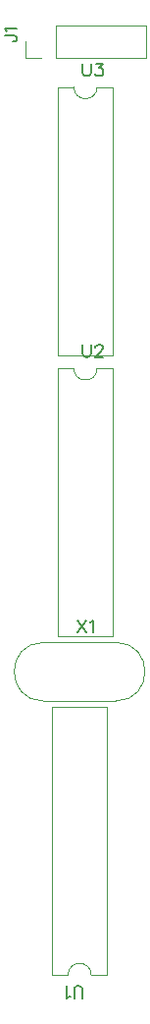
<source format=gto>
G04 Layer: TopSilkscreenLayer*
G04 EasyEDA v6.5.34, 2023-08-27 08:43:48*
G04 e4fe155263a340deae7a3384ae965621,d57712b53ce844a48ecc409583de2b89,10*
G04 Gerber Generator version 0.2*
G04 Scale: 100 percent, Rotated: No, Reflected: No *
G04 Dimensions in millimeters *
G04 leading zeros omitted , absolute positions ,4 integer and 5 decimal *
%FSLAX45Y45*%
%MOMM*%

%ADD10C,0.1524*%
%ADD11C,0.1200*%

%LPD*%
D10*
X875284Y6376670D02*
G01*
X958342Y6376670D01*
X974089Y6371336D01*
X979170Y6366255D01*
X984250Y6355842D01*
X984250Y6345428D01*
X979170Y6335013D01*
X974089Y6329679D01*
X958342Y6324600D01*
X947928Y6324600D01*
X896112Y6410960D02*
G01*
X890778Y6421120D01*
X875284Y6436868D01*
X984250Y6436868D01*
X1549400Y-1931415D02*
G01*
X1549400Y-1853437D01*
X1544320Y-1837944D01*
X1533905Y-1827529D01*
X1518157Y-1822450D01*
X1507744Y-1822450D01*
X1492250Y-1827529D01*
X1481836Y-1837944D01*
X1476755Y-1853437D01*
X1476755Y-1931415D01*
X1442465Y-1910587D02*
G01*
X1432052Y-1915921D01*
X1416304Y-1931415D01*
X1416304Y-1822450D01*
X1549400Y3709415D02*
G01*
X1549400Y3631437D01*
X1554479Y3615944D01*
X1564894Y3605529D01*
X1580642Y3600450D01*
X1591055Y3600450D01*
X1606550Y3605529D01*
X1616963Y3615944D01*
X1622044Y3631437D01*
X1622044Y3709415D01*
X1661668Y3683507D02*
G01*
X1661668Y3688587D01*
X1666747Y3699002D01*
X1672081Y3704336D01*
X1682495Y3709415D01*
X1703070Y3709415D01*
X1713484Y3704336D01*
X1718818Y3699002D01*
X1723897Y3688587D01*
X1723897Y3678173D01*
X1718818Y3667760D01*
X1708404Y3652265D01*
X1656334Y3600450D01*
X1729231Y3600450D01*
X1549400Y6135115D02*
G01*
X1549400Y6057137D01*
X1554479Y6041644D01*
X1564894Y6031229D01*
X1580642Y6026150D01*
X1591055Y6026150D01*
X1606550Y6031229D01*
X1616963Y6041644D01*
X1622044Y6057137D01*
X1622044Y6135115D01*
X1666747Y6135115D02*
G01*
X1723897Y6135115D01*
X1692910Y6093460D01*
X1708404Y6093460D01*
X1718818Y6088379D01*
X1723897Y6083300D01*
X1729231Y6067552D01*
X1729231Y6057137D01*
X1723897Y6041644D01*
X1713484Y6031229D01*
X1697989Y6026150D01*
X1682495Y6026150D01*
X1666747Y6031229D01*
X1661668Y6036310D01*
X1656334Y6046723D01*
X1507604Y1334515D02*
G01*
X1580248Y1225550D01*
X1580248Y1334515D02*
G01*
X1507604Y1225550D01*
X1614538Y1313687D02*
G01*
X1624952Y1319021D01*
X1640700Y1334515D01*
X1640700Y1225550D01*
D11*
X1320800Y6185662D02*
G01*
X2094738Y6185662D01*
X2094738Y6463537D01*
X1320800Y6463537D01*
X1320800Y6185662D01*
X1193800Y6185662D02*
G01*
X1054862Y6185662D01*
X1054862Y6324600D01*
X1624076Y-1726437D02*
G01*
X1760981Y-1726437D01*
X1760981Y583437D01*
X1287018Y583437D01*
X1287018Y-1726437D01*
X1423923Y-1726437D01*
X1474723Y3504437D02*
G01*
X1337818Y3504437D01*
X1337818Y1194562D01*
X1811781Y1194562D01*
X1811781Y3504437D01*
X1674876Y3504437D01*
X1474723Y5930137D02*
G01*
X1337818Y5930137D01*
X1337818Y3620262D01*
X1811781Y3620262D01*
X1811781Y5930137D01*
X1674876Y5930137D01*
X1211440Y1141476D02*
G01*
X1836534Y1141476D01*
X1211440Y636523D02*
G01*
X1836534Y636523D01*
G75*
G01*
X1624000Y-1726499D02*
G03*
X1424000Y-1726499I-100000J0D01*
G75*
G01*
X1474800Y3504499D02*
G03*
X1674800Y3504499I100000J0D01*
G75*
G01*
X1474800Y5930199D02*
G03*
X1674800Y5930199I100000J0D01*
G75*
G01*
X1211504Y1141499D02*
G03*
X1211504Y636501I0J-252499D01*
G75*
G01*
X1836504Y1141499D02*
G02*
X1836504Y636501I0J-252499D01*
M02*

</source>
